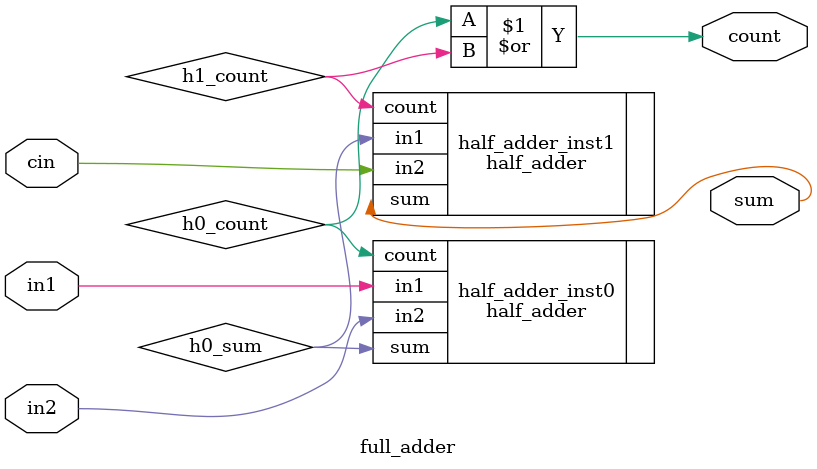
<source format=v>
module full_adder
(
    input wire in1,
    input wire in2,
    input wire cin,
    
    output wire sum,
    output wire count

);

wire h0_sum;
wire h0_count;
wire h1_count;

half_adder half_adder_inst0
(
    .in1  (in1),
    .in2  (in2),
    .sum  (h0_sum),
    .count(h0_count)
);

half_adder half_adder_inst1
(
    .in1  (h0_sum),
    .in2  (cin),
    .sum  (sum),
    .count(h1_count)
);

assign count = (h0_count | h1_count);
endmodule


</source>
